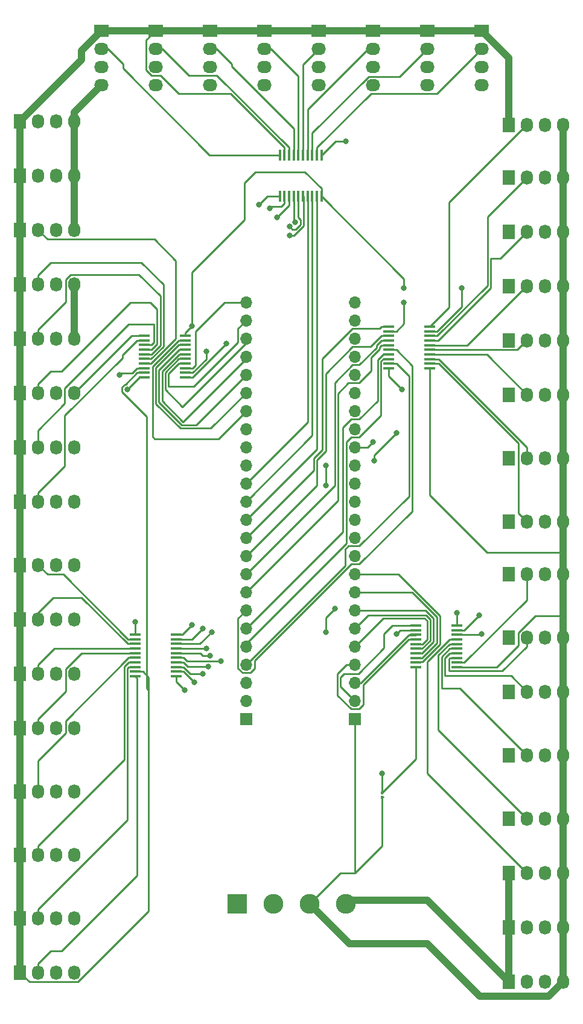
<source format=gbr>
%TF.GenerationSoftware,KiCad,Pcbnew,(5.1.8)-1*%
%TF.CreationDate,2021-02-28T20:43:26-06:00*%
%TF.ProjectId,CircuitBoard,43697263-7569-4744-926f-6172642e6b69,rev?*%
%TF.SameCoordinates,Original*%
%TF.FileFunction,Copper,L1,Top*%
%TF.FilePolarity,Positive*%
%FSLAX46Y46*%
G04 Gerber Fmt 4.6, Leading zero omitted, Abs format (unit mm)*
G04 Created by KiCad (PCBNEW (5.1.8)-1) date 2021-02-28 20:43:26*
%MOMM*%
%LPD*%
G01*
G04 APERTURE LIST*
%TA.AperFunction,SMDPad,CuDef*%
%ADD10R,1.570000X0.410000*%
%TD*%
%TA.AperFunction,SMDPad,CuDef*%
%ADD11R,0.410000X1.570000*%
%TD*%
%TA.AperFunction,ComponentPad*%
%ADD12C,2.780000*%
%TD*%
%TA.AperFunction,ComponentPad*%
%ADD13R,2.780000X2.780000*%
%TD*%
%TA.AperFunction,ComponentPad*%
%ADD14O,1.730000X2.030000*%
%TD*%
%TA.AperFunction,ComponentPad*%
%ADD15R,1.730000X2.030000*%
%TD*%
%TA.AperFunction,ComponentPad*%
%ADD16O,1.700000X1.700000*%
%TD*%
%TA.AperFunction,ComponentPad*%
%ADD17R,1.700000X1.700000*%
%TD*%
%TA.AperFunction,ComponentPad*%
%ADD18O,2.030000X1.730000*%
%TD*%
%TA.AperFunction,ComponentPad*%
%ADD19R,2.030000X1.730000*%
%TD*%
%TA.AperFunction,ViaPad*%
%ADD20C,0.800000*%
%TD*%
%TA.AperFunction,Conductor*%
%ADD21C,0.250000*%
%TD*%
%TA.AperFunction,Conductor*%
%ADD22C,1.016000*%
%TD*%
G04 APERTURE END LIST*
D10*
%TO.P,U5,20*%
%TO.N,Net-(J35-Pad2)*%
X105080000Y-95635000D03*
%TO.P,U5,19*%
%TO.N,Net-(J1-Pad1)*%
X105080000Y-94985000D03*
%TO.P,U5,18*%
%TO.N,Net-(J36-Pad2)*%
X105080000Y-94335000D03*
%TO.P,U5,17*%
%TO.N,Net-(J37-Pad2)*%
X105080000Y-93685000D03*
%TO.P,U5,16*%
%TO.N,Net-(J38-Pad2)*%
X105080000Y-93035000D03*
%TO.P,U5,15*%
%TO.N,Net-(J39-Pad2)*%
X105080000Y-92385000D03*
%TO.P,U5,14*%
%TO.N,Net-(J40-Pad2)*%
X105080000Y-91735000D03*
%TO.P,U5,13*%
%TO.N,Net-(J41-Pad2)*%
X105080000Y-91085000D03*
%TO.P,U5,12*%
%TO.N,Net-(J42-Pad2)*%
X105080000Y-90435000D03*
%TO.P,U5,11*%
%TO.N,Net-(J1-Pad4)*%
X105080000Y-89785000D03*
%TO.P,U5,10*%
%TO.N,Net-(R1-Pad2)*%
X110820000Y-89785000D03*
%TO.P,U5,9*%
%TO.N,Net-(J22-Pad18)*%
X110820000Y-90435000D03*
%TO.P,U5,8*%
%TO.N,Net-(J22-Pad19)*%
X110820000Y-91085000D03*
%TO.P,U5,7*%
%TO.N,Net-(J22-Pad20)*%
X110820000Y-91735000D03*
%TO.P,U5,6*%
%TO.N,Net-(J22-Pad21)*%
X110820000Y-92385000D03*
%TO.P,U5,5*%
%TO.N,Net-(J22-Pad22)*%
X110820000Y-93035000D03*
%TO.P,U5,4*%
%TO.N,Net-(J22-Pad23)*%
X110820000Y-93685000D03*
%TO.P,U5,3*%
%TO.N,Net-(J22-Pad24)*%
X110820000Y-94335000D03*
%TO.P,U5,2*%
%TO.N,Net-(J21-Pad15)*%
X110820000Y-94985000D03*
%TO.P,U5,1*%
%TO.N,Net-(J21-Pad24)*%
X110820000Y-95635000D03*
%TD*%
%TO.P,U4,20*%
%TO.N,Net-(J27-Pad2)*%
X103810000Y-137545000D03*
%TO.P,U4,19*%
%TO.N,Net-(J1-Pad1)*%
X103810000Y-136895000D03*
%TO.P,U4,18*%
%TO.N,Net-(J28-Pad2)*%
X103810000Y-136245000D03*
%TO.P,U4,17*%
%TO.N,Net-(J29-Pad2)*%
X103810000Y-135595000D03*
%TO.P,U4,16*%
%TO.N,Net-(J30-Pad2)*%
X103810000Y-134945000D03*
%TO.P,U4,15*%
%TO.N,Net-(J31-Pad2)*%
X103810000Y-134295000D03*
%TO.P,U4,14*%
%TO.N,Net-(J32-Pad2)*%
X103810000Y-133645000D03*
%TO.P,U4,13*%
%TO.N,Net-(J33-Pad2)*%
X103810000Y-132995000D03*
%TO.P,U4,12*%
%TO.N,Net-(J34-Pad2)*%
X103810000Y-132345000D03*
%TO.P,U4,11*%
%TO.N,Net-(J1-Pad4)*%
X103810000Y-131695000D03*
%TO.P,U4,10*%
%TO.N,Net-(R1-Pad2)*%
X109550000Y-131695000D03*
%TO.P,U4,9*%
%TO.N,Net-(J21-Pad23)*%
X109550000Y-132345000D03*
%TO.P,U4,8*%
%TO.N,Net-(J21-Pad22)*%
X109550000Y-132995000D03*
%TO.P,U4,7*%
%TO.N,Net-(J21-Pad21)*%
X109550000Y-133645000D03*
%TO.P,U4,6*%
%TO.N,Net-(J21-Pad20)*%
X109550000Y-134295000D03*
%TO.P,U4,5*%
%TO.N,Net-(J21-Pad19)*%
X109550000Y-134945000D03*
%TO.P,U4,4*%
%TO.N,Net-(J21-Pad18)*%
X109550000Y-135595000D03*
%TO.P,U4,3*%
%TO.N,Net-(J21-Pad17)*%
X109550000Y-136245000D03*
%TO.P,U4,2*%
%TO.N,Net-(J21-Pad15)*%
X109550000Y-136895000D03*
%TO.P,U4,1*%
%TO.N,Net-(J21-Pad16)*%
X109550000Y-137545000D03*
%TD*%
%TO.P,U3,20*%
%TO.N,Net-(J8-Pad2)*%
X145110000Y-88515000D03*
%TO.P,U3,19*%
%TO.N,Net-(J1-Pad1)*%
X145110000Y-89165000D03*
%TO.P,U3,18*%
%TO.N,Net-(J9-Pad2)*%
X145110000Y-89815000D03*
%TO.P,U3,17*%
%TO.N,Net-(J6-Pad2)*%
X145110000Y-90465000D03*
%TO.P,U3,16*%
%TO.N,Net-(J10-Pad2)*%
X145110000Y-91115000D03*
%TO.P,U3,15*%
%TO.N,Net-(J23-Pad2)*%
X145110000Y-91765000D03*
%TO.P,U3,14*%
%TO.N,Net-(J24-Pad2)*%
X145110000Y-92415000D03*
%TO.P,U3,13*%
%TO.N,Net-(J25-Pad2)*%
X145110000Y-93065000D03*
%TO.P,U3,12*%
%TO.N,Net-(J26-Pad2)*%
X145110000Y-93715000D03*
%TO.P,U3,11*%
%TO.N,Net-(J1-Pad4)*%
X145110000Y-94365000D03*
%TO.P,U3,10*%
%TO.N,Net-(R1-Pad2)*%
X139370000Y-94365000D03*
%TO.P,U3,9*%
%TO.N,Net-(J22-Pad4)*%
X139370000Y-93715000D03*
%TO.P,U3,8*%
%TO.N,Net-(J22-Pad5)*%
X139370000Y-93065000D03*
%TO.P,U3,7*%
%TO.N,Net-(J22-Pad6)*%
X139370000Y-92415000D03*
%TO.P,U3,6*%
%TO.N,Net-(J22-Pad7)*%
X139370000Y-91765000D03*
%TO.P,U3,5*%
%TO.N,Net-(J22-Pad8)*%
X139370000Y-91115000D03*
%TO.P,U3,4*%
%TO.N,Net-(J22-Pad9)*%
X139370000Y-90465000D03*
%TO.P,U3,3*%
%TO.N,Net-(J22-Pad10)*%
X139370000Y-89815000D03*
%TO.P,U3,2*%
%TO.N,Net-(J21-Pad15)*%
X139370000Y-89165000D03*
%TO.P,U3,1*%
%TO.N,Net-(J22-Pad11)*%
X139370000Y-88515000D03*
%TD*%
D11*
%TO.P,U2,20*%
%TO.N,Net-(J19-Pad2)*%
X124075000Y-64440000D03*
%TO.P,U2,19*%
%TO.N,Net-(J1-Pad1)*%
X124725000Y-64440000D03*
%TO.P,U2,18*%
%TO.N,Net-(J20-Pad2)*%
X125375000Y-64440000D03*
%TO.P,U2,17*%
%TO.N,Net-(J3-Pad2)*%
X126025000Y-64440000D03*
%TO.P,U2,16*%
%TO.N,Net-(J1-Pad2)*%
X126675000Y-64440000D03*
%TO.P,U2,15*%
%TO.N,Net-(J2-Pad2)*%
X127325000Y-64440000D03*
%TO.P,U2,14*%
%TO.N,Net-(J4-Pad2)*%
X127975000Y-64440000D03*
%TO.P,U2,13*%
%TO.N,Net-(J5-Pad2)*%
X128625000Y-64440000D03*
%TO.P,U2,12*%
%TO.N,Net-(J7-Pad2)*%
X129275000Y-64440000D03*
%TO.P,U2,11*%
%TO.N,Net-(J1-Pad4)*%
X129925000Y-64440000D03*
%TO.P,U2,10*%
%TO.N,Net-(R1-Pad2)*%
X129925000Y-70180000D03*
%TO.P,U2,9*%
%TO.N,Net-(J22-Pad12)*%
X129275000Y-70180000D03*
%TO.P,U2,8*%
%TO.N,Net-(J22-Pad13)*%
X128625000Y-70180000D03*
%TO.P,U2,7*%
%TO.N,Net-(J22-Pad14)*%
X127975000Y-70180000D03*
%TO.P,U2,6*%
%TO.N,Net-(J21-Pad14)*%
X127325000Y-70180000D03*
%TO.P,U2,5*%
%TO.N,Net-(J21-Pad13)*%
X126675000Y-70180000D03*
%TO.P,U2,4*%
%TO.N,Net-(J21-Pad12)*%
X126025000Y-70180000D03*
%TO.P,U2,3*%
%TO.N,Net-(J21-Pad11)*%
X125375000Y-70180000D03*
%TO.P,U2,2*%
%TO.N,Net-(J21-Pad15)*%
X124725000Y-70180000D03*
%TO.P,U2,1*%
%TO.N,Net-(J21-Pad10)*%
X124075000Y-70180000D03*
%TD*%
D10*
%TO.P,U1,20*%
%TO.N,Net-(J11-Pad2)*%
X148920000Y-130425000D03*
%TO.P,U1,19*%
%TO.N,Net-(J1-Pad1)*%
X148920000Y-131075000D03*
%TO.P,U1,18*%
%TO.N,Net-(J12-Pad2)*%
X148920000Y-131725000D03*
%TO.P,U1,17*%
%TO.N,Net-(J13-Pad2)*%
X148920000Y-132375000D03*
%TO.P,U1,16*%
%TO.N,Net-(J14-Pad2)*%
X148920000Y-133025000D03*
%TO.P,U1,15*%
%TO.N,Net-(J15-Pad2)*%
X148920000Y-133675000D03*
%TO.P,U1,14*%
%TO.N,Net-(J16-Pad2)*%
X148920000Y-134325000D03*
%TO.P,U1,13*%
%TO.N,Net-(J17-Pad2)*%
X148920000Y-134975000D03*
%TO.P,U1,12*%
%TO.N,Net-(J18-Pad2)*%
X148920000Y-135625000D03*
%TO.P,U1,11*%
%TO.N,Net-(J1-Pad4)*%
X148920000Y-136275000D03*
%TO.P,U1,10*%
%TO.N,Net-(R1-Pad2)*%
X143180000Y-136275000D03*
%TO.P,U1,9*%
%TO.N,Net-(J21-Pad9)*%
X143180000Y-135625000D03*
%TO.P,U1,8*%
%TO.N,Net-(J21-Pad8)*%
X143180000Y-134975000D03*
%TO.P,U1,7*%
%TO.N,Net-(J21-Pad7)*%
X143180000Y-134325000D03*
%TO.P,U1,6*%
%TO.N,Net-(J21-Pad6)*%
X143180000Y-133675000D03*
%TO.P,U1,5*%
%TO.N,Net-(J21-Pad5)*%
X143180000Y-133025000D03*
%TO.P,U1,4*%
%TO.N,Net-(J21-Pad4)*%
X143180000Y-132375000D03*
%TO.P,U1,3*%
%TO.N,Net-(J21-Pad3)*%
X143180000Y-131725000D03*
%TO.P,U1,2*%
%TO.N,Net-(J21-Pad15)*%
X143180000Y-131075000D03*
%TO.P,U1,1*%
%TO.N,Net-(J21-Pad2)*%
X143180000Y-130425000D03*
%TD*%
%TO.P,R1,2*%
%TO.N,Net-(R1-Pad2)*%
%TA.AperFunction,SMDPad,CuDef*%
G36*
G01*
X138530000Y-154088000D02*
X138330000Y-154088000D01*
G75*
G02*
X138230000Y-153988000I0J100000D01*
G01*
X138230000Y-153728000D01*
G75*
G02*
X138330000Y-153628000I100000J0D01*
G01*
X138530000Y-153628000D01*
G75*
G02*
X138630000Y-153728000I0J-100000D01*
G01*
X138630000Y-153988000D01*
G75*
G02*
X138530000Y-154088000I-100000J0D01*
G01*
G37*
%TD.AperFunction*%
%TO.P,R1,1*%
%TO.N,Net-(J1-Pad4)*%
%TA.AperFunction,SMDPad,CuDef*%
G36*
G01*
X138530000Y-154728000D02*
X138330000Y-154728000D01*
G75*
G02*
X138230000Y-154628000I0J100000D01*
G01*
X138230000Y-154368000D01*
G75*
G02*
X138330000Y-154268000I100000J0D01*
G01*
X138530000Y-154268000D01*
G75*
G02*
X138630000Y-154368000I0J-100000D01*
G01*
X138630000Y-154628000D01*
G75*
G02*
X138530000Y-154728000I-100000J0D01*
G01*
G37*
%TD.AperFunction*%
%TD*%
D12*
%TO.P,JMolex1,4*%
%TO.N,Net-(J1-Pad1)*%
X133350000Y-169418000D03*
%TO.P,JMolex1,3*%
%TO.N,Net-(J1-Pad4)*%
X128270000Y-169418000D03*
%TO.P,JMolex1,2*%
%TO.N,Net-(JMolex1-Pad2)*%
X123190000Y-169418000D03*
D13*
%TO.P,JMolex1,1*%
%TO.N,Net-(JMolex1-Pad1)*%
X118110000Y-169418000D03*
%TD*%
D14*
%TO.P,J42,4*%
%TO.N,Net-(J1-Pad4)*%
X95250000Y-113030000D03*
%TO.P,J42,3*%
%TO.N,Net-(J42-Pad3)*%
X92710000Y-113030000D03*
%TO.P,J42,2*%
%TO.N,Net-(J42-Pad2)*%
X90170000Y-113030000D03*
D15*
%TO.P,J42,1*%
%TO.N,Net-(J1-Pad1)*%
X87630000Y-113030000D03*
%TD*%
D14*
%TO.P,J41,4*%
%TO.N,Net-(J1-Pad4)*%
X95250000Y-105410000D03*
%TO.P,J41,3*%
%TO.N,Net-(J41-Pad3)*%
X92710000Y-105410000D03*
%TO.P,J41,2*%
%TO.N,Net-(J41-Pad2)*%
X90170000Y-105410000D03*
D15*
%TO.P,J41,1*%
%TO.N,Net-(J1-Pad1)*%
X87630000Y-105410000D03*
%TD*%
D14*
%TO.P,J40,4*%
%TO.N,Net-(J1-Pad4)*%
X95250000Y-97790000D03*
%TO.P,J40,3*%
%TO.N,Net-(J40-Pad3)*%
X92710000Y-97790000D03*
%TO.P,J40,2*%
%TO.N,Net-(J40-Pad2)*%
X90170000Y-97790000D03*
D15*
%TO.P,J40,1*%
%TO.N,Net-(J1-Pad1)*%
X87630000Y-97790000D03*
%TD*%
D14*
%TO.P,J39,4*%
%TO.N,Net-(J1-Pad4)*%
X95250000Y-90170000D03*
%TO.P,J39,3*%
%TO.N,Net-(J39-Pad3)*%
X92710000Y-90170000D03*
%TO.P,J39,2*%
%TO.N,Net-(J39-Pad2)*%
X90170000Y-90170000D03*
D15*
%TO.P,J39,1*%
%TO.N,Net-(J1-Pad1)*%
X87630000Y-90170000D03*
%TD*%
D14*
%TO.P,J38,4*%
%TO.N,Net-(J1-Pad4)*%
X95250000Y-82550000D03*
%TO.P,J38,3*%
%TO.N,Net-(J38-Pad3)*%
X92710000Y-82550000D03*
%TO.P,J38,2*%
%TO.N,Net-(J38-Pad2)*%
X90170000Y-82550000D03*
D15*
%TO.P,J38,1*%
%TO.N,Net-(J1-Pad1)*%
X87630000Y-82550000D03*
%TD*%
D14*
%TO.P,J37,4*%
%TO.N,Net-(J1-Pad4)*%
X95250000Y-74930000D03*
%TO.P,J37,3*%
%TO.N,Net-(J37-Pad3)*%
X92710000Y-74930000D03*
%TO.P,J37,2*%
%TO.N,Net-(J37-Pad2)*%
X90170000Y-74930000D03*
D15*
%TO.P,J37,1*%
%TO.N,Net-(J1-Pad1)*%
X87630000Y-74930000D03*
%TD*%
D14*
%TO.P,J36,4*%
%TO.N,Net-(J1-Pad4)*%
X95250000Y-67310000D03*
%TO.P,J36,3*%
%TO.N,Net-(J36-Pad3)*%
X92710000Y-67310000D03*
%TO.P,J36,2*%
%TO.N,Net-(J36-Pad2)*%
X90170000Y-67310000D03*
D15*
%TO.P,J36,1*%
%TO.N,Net-(J1-Pad1)*%
X87630000Y-67310000D03*
%TD*%
D14*
%TO.P,J35,4*%
%TO.N,Net-(J1-Pad4)*%
X95250000Y-59690000D03*
%TO.P,J35,3*%
%TO.N,Net-(J35-Pad3)*%
X92710000Y-59690000D03*
%TO.P,J35,2*%
%TO.N,Net-(J35-Pad2)*%
X90170000Y-59690000D03*
D15*
%TO.P,J35,1*%
%TO.N,Net-(J1-Pad1)*%
X87630000Y-59690000D03*
%TD*%
D14*
%TO.P,J34,4*%
%TO.N,Net-(J1-Pad4)*%
X95250000Y-121920000D03*
%TO.P,J34,3*%
%TO.N,Net-(J34-Pad3)*%
X92710000Y-121920000D03*
%TO.P,J34,2*%
%TO.N,Net-(J34-Pad2)*%
X90170000Y-121920000D03*
D15*
%TO.P,J34,1*%
%TO.N,Net-(J1-Pad1)*%
X87630000Y-121920000D03*
%TD*%
D14*
%TO.P,J33,4*%
%TO.N,Net-(J1-Pad4)*%
X95250000Y-129540000D03*
%TO.P,J33,3*%
%TO.N,Net-(J33-Pad3)*%
X92710000Y-129540000D03*
%TO.P,J33,2*%
%TO.N,Net-(J33-Pad2)*%
X90170000Y-129540000D03*
D15*
%TO.P,J33,1*%
%TO.N,Net-(J1-Pad1)*%
X87630000Y-129540000D03*
%TD*%
D14*
%TO.P,J32,4*%
%TO.N,Net-(J1-Pad4)*%
X95250000Y-137160000D03*
%TO.P,J32,3*%
%TO.N,Net-(J32-Pad3)*%
X92710000Y-137160000D03*
%TO.P,J32,2*%
%TO.N,Net-(J32-Pad2)*%
X90170000Y-137160000D03*
D15*
%TO.P,J32,1*%
%TO.N,Net-(J1-Pad1)*%
X87630000Y-137160000D03*
%TD*%
D14*
%TO.P,J31,4*%
%TO.N,Net-(J1-Pad4)*%
X95250000Y-144780000D03*
%TO.P,J31,3*%
%TO.N,Net-(J31-Pad3)*%
X92710000Y-144780000D03*
%TO.P,J31,2*%
%TO.N,Net-(J31-Pad2)*%
X90170000Y-144780000D03*
D15*
%TO.P,J31,1*%
%TO.N,Net-(J1-Pad1)*%
X87630000Y-144780000D03*
%TD*%
D14*
%TO.P,J30,4*%
%TO.N,Net-(J1-Pad4)*%
X95250000Y-153670000D03*
%TO.P,J30,3*%
%TO.N,Net-(J30-Pad3)*%
X92710000Y-153670000D03*
%TO.P,J30,2*%
%TO.N,Net-(J30-Pad2)*%
X90170000Y-153670000D03*
D15*
%TO.P,J30,1*%
%TO.N,Net-(J1-Pad1)*%
X87630000Y-153670000D03*
%TD*%
D14*
%TO.P,J29,4*%
%TO.N,Net-(J1-Pad4)*%
X95250000Y-162560000D03*
%TO.P,J29,3*%
%TO.N,Net-(J29-Pad3)*%
X92710000Y-162560000D03*
%TO.P,J29,2*%
%TO.N,Net-(J29-Pad2)*%
X90170000Y-162560000D03*
D15*
%TO.P,J29,1*%
%TO.N,Net-(J1-Pad1)*%
X87630000Y-162560000D03*
%TD*%
D14*
%TO.P,J28,4*%
%TO.N,Net-(J1-Pad4)*%
X95250000Y-171450000D03*
%TO.P,J28,3*%
%TO.N,Net-(J28-Pad3)*%
X92710000Y-171450000D03*
%TO.P,J28,2*%
%TO.N,Net-(J28-Pad2)*%
X90170000Y-171450000D03*
D15*
%TO.P,J28,1*%
%TO.N,Net-(J1-Pad1)*%
X87630000Y-171450000D03*
%TD*%
D14*
%TO.P,J27,4*%
%TO.N,Net-(J1-Pad4)*%
X95250000Y-179070000D03*
%TO.P,J27,3*%
%TO.N,Net-(J27-Pad3)*%
X92710000Y-179070000D03*
%TO.P,J27,2*%
%TO.N,Net-(J27-Pad2)*%
X90170000Y-179070000D03*
D15*
%TO.P,J27,1*%
%TO.N,Net-(J1-Pad1)*%
X87630000Y-179070000D03*
%TD*%
D14*
%TO.P,J26,4*%
%TO.N,Net-(J1-Pad4)*%
X163830000Y-115824000D03*
%TO.P,J26,3*%
%TO.N,Net-(J26-Pad3)*%
X161290000Y-115824000D03*
%TO.P,J26,2*%
%TO.N,Net-(J26-Pad2)*%
X158750000Y-115824000D03*
D15*
%TO.P,J26,1*%
%TO.N,Net-(J1-Pad1)*%
X156210000Y-115824000D03*
%TD*%
D14*
%TO.P,J25,4*%
%TO.N,Net-(J1-Pad4)*%
X163830000Y-106934000D03*
%TO.P,J25,3*%
%TO.N,Net-(J25-Pad3)*%
X161290000Y-106934000D03*
%TO.P,J25,2*%
%TO.N,Net-(J25-Pad2)*%
X158750000Y-106934000D03*
D15*
%TO.P,J25,1*%
%TO.N,Net-(J1-Pad1)*%
X156210000Y-106934000D03*
%TD*%
D14*
%TO.P,J24,4*%
%TO.N,Net-(J1-Pad4)*%
X163830000Y-98044000D03*
%TO.P,J24,3*%
%TO.N,Net-(J24-Pad3)*%
X161290000Y-98044000D03*
%TO.P,J24,2*%
%TO.N,Net-(J24-Pad2)*%
X158750000Y-98044000D03*
D15*
%TO.P,J24,1*%
%TO.N,Net-(J1-Pad1)*%
X156210000Y-98044000D03*
%TD*%
D14*
%TO.P,J23,4*%
%TO.N,Net-(J1-Pad4)*%
X163830000Y-90424000D03*
%TO.P,J23,3*%
%TO.N,Net-(J23-Pad3)*%
X161290000Y-90424000D03*
%TO.P,J23,2*%
%TO.N,Net-(J23-Pad2)*%
X158750000Y-90424000D03*
D15*
%TO.P,J23,1*%
%TO.N,Net-(J1-Pad1)*%
X156210000Y-90424000D03*
%TD*%
D16*
%TO.P,J22,24*%
%TO.N,Net-(J22-Pad24)*%
X119380000Y-85090000D03*
%TO.P,J22,23*%
%TO.N,Net-(J22-Pad23)*%
X119380000Y-87630000D03*
%TO.P,J22,22*%
%TO.N,Net-(J22-Pad22)*%
X119380000Y-90170000D03*
%TO.P,J22,21*%
%TO.N,Net-(J22-Pad21)*%
X119380000Y-92710000D03*
%TO.P,J22,20*%
%TO.N,Net-(J22-Pad20)*%
X119380000Y-95250000D03*
%TO.P,J22,19*%
%TO.N,Net-(J22-Pad19)*%
X119380000Y-97790000D03*
%TO.P,J22,18*%
%TO.N,Net-(J22-Pad18)*%
X119380000Y-100330000D03*
%TO.P,J22,17*%
%TO.N,Net-(J22-Pad17)*%
X119380000Y-102870000D03*
%TO.P,J22,16*%
%TO.N,Net-(J22-Pad16)*%
X119380000Y-105410000D03*
%TO.P,J22,15*%
%TO.N,Net-(J22-Pad15)*%
X119380000Y-107950000D03*
%TO.P,J22,14*%
%TO.N,Net-(J22-Pad14)*%
X119380000Y-110490000D03*
%TO.P,J22,13*%
%TO.N,Net-(J22-Pad13)*%
X119380000Y-113030000D03*
%TO.P,J22,12*%
%TO.N,Net-(J22-Pad12)*%
X119380000Y-115570000D03*
%TO.P,J22,11*%
%TO.N,Net-(J22-Pad11)*%
X119380000Y-118110000D03*
%TO.P,J22,10*%
%TO.N,Net-(J22-Pad10)*%
X119380000Y-120650000D03*
%TO.P,J22,9*%
%TO.N,Net-(J22-Pad9)*%
X119380000Y-123190000D03*
%TO.P,J22,8*%
%TO.N,Net-(J22-Pad8)*%
X119380000Y-125730000D03*
%TO.P,J22,7*%
%TO.N,Net-(J22-Pad7)*%
X119380000Y-128270000D03*
%TO.P,J22,6*%
%TO.N,Net-(J22-Pad6)*%
X119380000Y-130810000D03*
%TO.P,J22,5*%
%TO.N,Net-(J22-Pad5)*%
X119380000Y-133350000D03*
%TO.P,J22,4*%
%TO.N,Net-(J22-Pad4)*%
X119380000Y-135890000D03*
%TO.P,J22,3*%
%TO.N,Net-(J22-Pad3)*%
X119380000Y-138430000D03*
%TO.P,J22,2*%
%TO.N,Net-(J22-Pad2)*%
X119380000Y-140970000D03*
D17*
%TO.P,J22,1*%
%TO.N,Net-(J22-Pad1)*%
X119380000Y-143510000D03*
%TD*%
D16*
%TO.P,J21,24*%
%TO.N,Net-(J21-Pad24)*%
X134620000Y-85090000D03*
%TO.P,J21,23*%
%TO.N,Net-(J21-Pad23)*%
X134620000Y-87630000D03*
%TO.P,J21,22*%
%TO.N,Net-(J21-Pad22)*%
X134620000Y-90170000D03*
%TO.P,J21,21*%
%TO.N,Net-(J21-Pad21)*%
X134620000Y-92710000D03*
%TO.P,J21,20*%
%TO.N,Net-(J21-Pad20)*%
X134620000Y-95250000D03*
%TO.P,J21,19*%
%TO.N,Net-(J21-Pad19)*%
X134620000Y-97790000D03*
%TO.P,J21,18*%
%TO.N,Net-(J21-Pad18)*%
X134620000Y-100330000D03*
%TO.P,J21,17*%
%TO.N,Net-(J21-Pad17)*%
X134620000Y-102870000D03*
%TO.P,J21,16*%
%TO.N,Net-(J21-Pad16)*%
X134620000Y-105410000D03*
%TO.P,J21,15*%
%TO.N,Net-(J21-Pad15)*%
X134620000Y-107950000D03*
%TO.P,J21,14*%
%TO.N,Net-(J21-Pad14)*%
X134620000Y-110490000D03*
%TO.P,J21,13*%
%TO.N,Net-(J21-Pad13)*%
X134620000Y-113030000D03*
%TO.P,J21,12*%
%TO.N,Net-(J21-Pad12)*%
X134620000Y-115570000D03*
%TO.P,J21,11*%
%TO.N,Net-(J21-Pad11)*%
X134620000Y-118110000D03*
%TO.P,J21,10*%
%TO.N,Net-(J21-Pad10)*%
X134620000Y-120650000D03*
%TO.P,J21,9*%
%TO.N,Net-(J21-Pad9)*%
X134620000Y-123190000D03*
%TO.P,J21,8*%
%TO.N,Net-(J21-Pad8)*%
X134620000Y-125730000D03*
%TO.P,J21,7*%
%TO.N,Net-(J21-Pad7)*%
X134620000Y-128270000D03*
%TO.P,J21,6*%
%TO.N,Net-(J21-Pad6)*%
X134620000Y-130810000D03*
%TO.P,J21,5*%
%TO.N,Net-(J21-Pad5)*%
X134620000Y-133350000D03*
%TO.P,J21,4*%
%TO.N,Net-(J21-Pad4)*%
X134620000Y-135890000D03*
%TO.P,J21,3*%
%TO.N,Net-(J21-Pad3)*%
X134620000Y-138430000D03*
%TO.P,J21,2*%
%TO.N,Net-(J21-Pad2)*%
X134620000Y-140970000D03*
D17*
%TO.P,J21,1*%
%TO.N,Net-(J1-Pad4)*%
X134620000Y-143510000D03*
%TD*%
D18*
%TO.P,J20,4*%
%TO.N,Net-(J1-Pad4)*%
X106680000Y-54610000D03*
%TO.P,J20,3*%
%TO.N,Net-(J20-Pad3)*%
X106680000Y-52070000D03*
%TO.P,J20,2*%
%TO.N,Net-(J20-Pad2)*%
X106680000Y-49530000D03*
D19*
%TO.P,J20,1*%
%TO.N,Net-(J1-Pad1)*%
X106680000Y-46990000D03*
%TD*%
D18*
%TO.P,J19,4*%
%TO.N,Net-(J1-Pad4)*%
X99060000Y-54610000D03*
%TO.P,J19,3*%
%TO.N,Net-(J19-Pad3)*%
X99060000Y-52070000D03*
%TO.P,J19,2*%
%TO.N,Net-(J19-Pad2)*%
X99060000Y-49530000D03*
D19*
%TO.P,J19,1*%
%TO.N,Net-(J1-Pad1)*%
X99060000Y-46990000D03*
%TD*%
D14*
%TO.P,J18,4*%
%TO.N,Net-(J1-Pad4)*%
X163830000Y-123190000D03*
%TO.P,J18,3*%
%TO.N,Net-(J18-Pad3)*%
X161290000Y-123190000D03*
%TO.P,J18,2*%
%TO.N,Net-(J18-Pad2)*%
X158750000Y-123190000D03*
D15*
%TO.P,J18,1*%
%TO.N,Net-(J1-Pad1)*%
X156210000Y-123190000D03*
%TD*%
D14*
%TO.P,J17,4*%
%TO.N,Net-(J1-Pad4)*%
X163830000Y-132080000D03*
%TO.P,J17,3*%
%TO.N,Net-(J17-Pad3)*%
X161290000Y-132080000D03*
%TO.P,J17,2*%
%TO.N,Net-(J17-Pad2)*%
X158750000Y-132080000D03*
D15*
%TO.P,J17,1*%
%TO.N,Net-(J1-Pad1)*%
X156210000Y-132080000D03*
%TD*%
D14*
%TO.P,J16,4*%
%TO.N,Net-(J1-Pad4)*%
X163830000Y-139700000D03*
%TO.P,J16,3*%
%TO.N,Net-(J16-Pad3)*%
X161290000Y-139700000D03*
%TO.P,J16,2*%
%TO.N,Net-(J16-Pad2)*%
X158750000Y-139700000D03*
D15*
%TO.P,J16,1*%
%TO.N,Net-(J1-Pad1)*%
X156210000Y-139700000D03*
%TD*%
D14*
%TO.P,J15,4*%
%TO.N,Net-(J1-Pad4)*%
X163830000Y-148590000D03*
%TO.P,J15,3*%
%TO.N,Net-(J15-Pad3)*%
X161290000Y-148590000D03*
%TO.P,J15,2*%
%TO.N,Net-(J15-Pad2)*%
X158750000Y-148590000D03*
D15*
%TO.P,J15,1*%
%TO.N,Net-(J1-Pad1)*%
X156210000Y-148590000D03*
%TD*%
D14*
%TO.P,J14,4*%
%TO.N,Net-(J1-Pad4)*%
X163830000Y-157480000D03*
%TO.P,J14,3*%
%TO.N,Net-(J14-Pad3)*%
X161290000Y-157480000D03*
%TO.P,J14,2*%
%TO.N,Net-(J14-Pad2)*%
X158750000Y-157480000D03*
D15*
%TO.P,J14,1*%
%TO.N,Net-(J1-Pad1)*%
X156210000Y-157480000D03*
%TD*%
D14*
%TO.P,J13,4*%
%TO.N,Net-(J1-Pad4)*%
X163830000Y-165100000D03*
%TO.P,J13,3*%
%TO.N,Net-(J13-Pad3)*%
X161290000Y-165100000D03*
%TO.P,J13,2*%
%TO.N,Net-(J13-Pad2)*%
X158750000Y-165100000D03*
D15*
%TO.P,J13,1*%
%TO.N,Net-(J1-Pad1)*%
X156210000Y-165100000D03*
%TD*%
D14*
%TO.P,J12,4*%
%TO.N,Net-(J1-Pad4)*%
X163830000Y-172720000D03*
%TO.P,J12,3*%
%TO.N,Net-(J12-Pad3)*%
X161290000Y-172720000D03*
%TO.P,J12,2*%
%TO.N,Net-(J12-Pad2)*%
X158750000Y-172720000D03*
D15*
%TO.P,J12,1*%
%TO.N,Net-(J1-Pad1)*%
X156210000Y-172720000D03*
%TD*%
D14*
%TO.P,J11,4*%
%TO.N,Net-(J1-Pad4)*%
X163830000Y-180340000D03*
%TO.P,J11,3*%
%TO.N,Net-(J11-Pad3)*%
X161290000Y-180340000D03*
%TO.P,J11,2*%
%TO.N,Net-(J11-Pad2)*%
X158750000Y-180340000D03*
D15*
%TO.P,J11,1*%
%TO.N,Net-(J1-Pad1)*%
X156210000Y-180340000D03*
%TD*%
D14*
%TO.P,J10,4*%
%TO.N,Net-(J1-Pad4)*%
X163830000Y-82804000D03*
%TO.P,J10,3*%
%TO.N,Net-(J10-Pad3)*%
X161290000Y-82804000D03*
%TO.P,J10,2*%
%TO.N,Net-(J10-Pad2)*%
X158750000Y-82804000D03*
D15*
%TO.P,J10,1*%
%TO.N,Net-(J1-Pad1)*%
X156210000Y-82804000D03*
%TD*%
D14*
%TO.P,J9,4*%
%TO.N,Net-(J1-Pad4)*%
X163830000Y-67564000D03*
%TO.P,J9,3*%
%TO.N,Net-(J9-Pad3)*%
X161290000Y-67564000D03*
%TO.P,J9,2*%
%TO.N,Net-(J9-Pad2)*%
X158750000Y-67564000D03*
D15*
%TO.P,J9,1*%
%TO.N,Net-(J1-Pad1)*%
X156210000Y-67564000D03*
%TD*%
D14*
%TO.P,J8,4*%
%TO.N,Net-(J1-Pad4)*%
X163830000Y-60198000D03*
%TO.P,J8,3*%
%TO.N,Net-(J8-Pad3)*%
X161290000Y-60198000D03*
%TO.P,J8,2*%
%TO.N,Net-(J8-Pad2)*%
X158750000Y-60198000D03*
D15*
%TO.P,J8,1*%
%TO.N,Net-(J1-Pad1)*%
X156210000Y-60198000D03*
%TD*%
D18*
%TO.P,J7,4*%
%TO.N,Net-(J1-Pad4)*%
X152400000Y-54610000D03*
%TO.P,J7,3*%
%TO.N,Net-(J7-Pad3)*%
X152400000Y-52070000D03*
%TO.P,J7,2*%
%TO.N,Net-(J7-Pad2)*%
X152400000Y-49530000D03*
D19*
%TO.P,J7,1*%
%TO.N,Net-(J1-Pad1)*%
X152400000Y-46990000D03*
%TD*%
D14*
%TO.P,J6,4*%
%TO.N,Net-(J1-Pad4)*%
X163830000Y-75184000D03*
%TO.P,J6,3*%
%TO.N,Net-(J6-Pad3)*%
X161290000Y-75184000D03*
%TO.P,J6,2*%
%TO.N,Net-(J6-Pad2)*%
X158750000Y-75184000D03*
D15*
%TO.P,J6,1*%
%TO.N,Net-(J1-Pad1)*%
X156210000Y-75184000D03*
%TD*%
D18*
%TO.P,J5,4*%
%TO.N,Net-(J1-Pad4)*%
X144780000Y-54610000D03*
%TO.P,J5,3*%
%TO.N,Net-(J5-Pad3)*%
X144780000Y-52070000D03*
%TO.P,J5,2*%
%TO.N,Net-(J5-Pad2)*%
X144780000Y-49530000D03*
D19*
%TO.P,J5,1*%
%TO.N,Net-(J1-Pad1)*%
X144780000Y-46990000D03*
%TD*%
D18*
%TO.P,J4,4*%
%TO.N,Net-(J1-Pad4)*%
X137160000Y-54610000D03*
%TO.P,J4,3*%
%TO.N,Net-(J4-Pad3)*%
X137160000Y-52070000D03*
%TO.P,J4,2*%
%TO.N,Net-(J4-Pad2)*%
X137160000Y-49530000D03*
D19*
%TO.P,J4,1*%
%TO.N,Net-(J1-Pad1)*%
X137160000Y-46990000D03*
%TD*%
D18*
%TO.P,J3,4*%
%TO.N,Net-(J1-Pad4)*%
X114300000Y-54610000D03*
%TO.P,J3,3*%
%TO.N,Net-(J3-Pad3)*%
X114300000Y-52070000D03*
%TO.P,J3,2*%
%TO.N,Net-(J3-Pad2)*%
X114300000Y-49530000D03*
D19*
%TO.P,J3,1*%
%TO.N,Net-(J1-Pad1)*%
X114300000Y-46990000D03*
%TD*%
D18*
%TO.P,J2,4*%
%TO.N,Net-(J1-Pad4)*%
X129540000Y-54610000D03*
%TO.P,J2,3*%
%TO.N,Net-(J2-Pad3)*%
X129540000Y-52070000D03*
%TO.P,J2,2*%
%TO.N,Net-(J2-Pad2)*%
X129540000Y-49530000D03*
D19*
%TO.P,J2,1*%
%TO.N,Net-(J1-Pad1)*%
X129540000Y-46990000D03*
%TD*%
D18*
%TO.P,J1,4*%
%TO.N,Net-(J1-Pad4)*%
X121920000Y-54610000D03*
%TO.P,J1,3*%
%TO.N,Net-(J1-Pad3)*%
X121920000Y-52070000D03*
%TO.P,J1,2*%
%TO.N,Net-(J1-Pad2)*%
X121920000Y-49530000D03*
D19*
%TO.P,J1,1*%
%TO.N,Net-(J1-Pad1)*%
X121920000Y-46990000D03*
%TD*%
D20*
%TO.N,Net-(J1-Pad4)*%
X133350000Y-62484000D03*
X103810000Y-129870000D03*
%TO.N,Net-(J1-Pad1)*%
X149606000Y-83058000D03*
X152072000Y-128958000D03*
%TO.N,Net-(J11-Pad2)*%
X148920000Y-128600000D03*
%TO.N,Net-(J12-Pad2)*%
X152400000Y-131572000D03*
%TO.N,Net-(J21-Pad24)*%
X116572000Y-90918000D03*
%TO.N,Net-(J21-Pad23)*%
X113284000Y-130810000D03*
%TO.N,Net-(J21-Pad22)*%
X114554000Y-131318000D03*
%TO.N,Net-(J21-Pad21)*%
X113751000Y-133645000D03*
%TO.N,Net-(J21-Pad20)*%
X114300000Y-134620000D03*
%TO.N,Net-(J21-Pad19)*%
X115824000Y-135382000D03*
%TO.N,Net-(J21-Pad18)*%
X114046000Y-136144000D03*
%TO.N,Net-(J21-Pad17)*%
X113284000Y-137160000D03*
%TO.N,Net-(J21-Pad16)*%
X110744000Y-139446000D03*
X137160000Y-104648000D03*
X130556000Y-131318000D03*
X131826000Y-128016000D03*
X130556000Y-110744000D03*
X130556000Y-107950000D03*
%TO.N,Net-(J21-Pad15)*%
X112067000Y-138377000D03*
X122682000Y-71882000D03*
X113792000Y-91948000D03*
X141478000Y-85090000D03*
X137287000Y-107315000D03*
X140462000Y-103378000D03*
X140462000Y-131572000D03*
%TO.N,Net-(J21-Pad14)*%
X125476000Y-75692000D03*
%TO.N,Net-(J21-Pad13)*%
X125417177Y-74467425D03*
%TO.N,Net-(J21-Pad12)*%
X126224291Y-73877010D03*
%TO.N,Net-(J21-Pad11)*%
X123698000Y-73152000D03*
%TO.N,Net-(J21-Pad10)*%
X121158000Y-71374000D03*
%TO.N,Net-(J35-Pad2)*%
X102652999Y-97336610D03*
%TO.N,Net-(J36-Pad2)*%
X101600000Y-95250000D03*
%TO.N,Net-(R1-Pad2)*%
X111760000Y-130302000D03*
X138430000Y-151130000D03*
X111760000Y-88392000D03*
X141224000Y-97282000D03*
X141478000Y-83058000D03*
%TD*%
D21*
%TO.N,Net-(J1-Pad4)*%
X138621058Y-154498000D02*
X138430000Y-154498000D01*
X138430000Y-154498000D02*
X138430000Y-161290000D01*
X134620000Y-143510000D02*
X134620000Y-165100000D01*
D22*
X163830000Y-172720000D02*
X163830000Y-180340000D01*
X163830000Y-172720000D02*
X163830000Y-165100000D01*
X163830000Y-165100000D02*
X163830000Y-157480000D01*
X163830000Y-157480000D02*
X163830000Y-148590000D01*
X163830000Y-148590000D02*
X163830000Y-139700000D01*
X163830000Y-139700000D02*
X163830000Y-132080000D01*
X163830000Y-115824000D02*
X163830000Y-106934000D01*
X163830000Y-106934000D02*
X163830000Y-98044000D01*
X163830000Y-98044000D02*
X163830000Y-90424000D01*
X163830000Y-90424000D02*
X163830000Y-82804000D01*
X163830000Y-82804000D02*
X163830000Y-75184000D01*
X163830000Y-75184000D02*
X163830000Y-67564000D01*
X163830000Y-67564000D02*
X163830000Y-60198000D01*
X95250000Y-90170000D02*
X95250000Y-82550000D01*
X95250000Y-74930000D02*
X95250000Y-67310000D01*
X95250000Y-67310000D02*
X95250000Y-59690000D01*
X95250000Y-58420000D02*
X99060000Y-54610000D01*
X95250000Y-59690000D02*
X95250000Y-58420000D01*
D21*
X131881000Y-62484000D02*
X129925000Y-64440000D01*
X133350000Y-62484000D02*
X131881000Y-62484000D01*
X103810000Y-131695000D02*
X103810000Y-129870000D01*
X103810000Y-129870000D02*
X103810000Y-129870000D01*
X145110000Y-94365000D02*
X145110000Y-112090000D01*
X153162000Y-120142000D02*
X163830000Y-120142000D01*
X145110000Y-112090000D02*
X153162000Y-120142000D01*
D22*
X163830000Y-120142000D02*
X163830000Y-115824000D01*
X163830000Y-123190000D02*
X163830000Y-120142000D01*
D21*
X157559990Y-131437082D02*
X159952073Y-129044999D01*
X157559990Y-133195012D02*
X157559990Y-131437082D01*
X154480002Y-136275000D02*
X157559990Y-133195012D01*
X159952073Y-129044999D02*
X163588999Y-129044999D01*
X163588999Y-129044999D02*
X163830000Y-129286000D01*
X148920000Y-136275000D02*
X154480002Y-136275000D01*
D22*
X163830000Y-132080000D02*
X163830000Y-129286000D01*
X163830000Y-129286000D02*
X163830000Y-123190000D01*
D21*
X103255000Y-89785000D02*
X95250000Y-97790000D01*
X105080000Y-89785000D02*
X103255000Y-89785000D01*
X132588000Y-165100000D02*
X128270000Y-169418000D01*
X134620000Y-165100000D02*
X132588000Y-165100000D01*
X138430000Y-161290000D02*
X134620000Y-165100000D01*
D22*
X133858000Y-175006000D02*
X128270000Y-169418000D01*
X144780000Y-175006000D02*
X133858000Y-175006000D01*
X152146000Y-182372000D02*
X144780000Y-175006000D01*
X161798000Y-182372000D02*
X152146000Y-182372000D01*
X163830000Y-180340000D02*
X161798000Y-182372000D01*
D21*
%TO.N,Net-(J1-Pad2)*%
X126675000Y-53369998D02*
X122835002Y-49530000D01*
X122835002Y-49530000D02*
X121920000Y-49530000D01*
X126675000Y-64440000D02*
X126675000Y-53369998D01*
D22*
%TO.N,Net-(J1-Pad1)*%
X156210000Y-50800000D02*
X152400000Y-46990000D01*
X156210000Y-60198000D02*
X156210000Y-50800000D01*
X152400000Y-46990000D02*
X144780000Y-46990000D01*
X144780000Y-46990000D02*
X137160000Y-46990000D01*
X137160000Y-46990000D02*
X129540000Y-46990000D01*
X129540000Y-46990000D02*
X121920000Y-46990000D01*
X121920000Y-46990000D02*
X114300000Y-46990000D01*
X114300000Y-46990000D02*
X106680000Y-46990000D01*
X106680000Y-46990000D02*
X99060000Y-46990000D01*
X87630000Y-59690000D02*
X87630000Y-67310000D01*
X87630000Y-67310000D02*
X87630000Y-74930000D01*
X87630000Y-74930000D02*
X87630000Y-82550000D01*
X87630000Y-82550000D02*
X87630000Y-90170000D01*
X87630000Y-90170000D02*
X87630000Y-97790000D01*
X87630000Y-97790000D02*
X87630000Y-105410000D01*
X87630000Y-105410000D02*
X87630000Y-113030000D01*
X87630000Y-113030000D02*
X87630000Y-121920000D01*
X87630000Y-121920000D02*
X87630000Y-129540000D01*
X87630000Y-129540000D02*
X87630000Y-137160000D01*
X87630000Y-137160000D02*
X87630000Y-144780000D01*
X87630000Y-144780000D02*
X87630000Y-153670000D01*
X87630000Y-153670000D02*
X87630000Y-162560000D01*
X87630000Y-162560000D02*
X87630000Y-171450000D01*
X87630000Y-171450000D02*
X87630000Y-179070000D01*
X144780000Y-168910000D02*
X156210000Y-180340000D01*
X156210000Y-180340000D02*
X156210000Y-172720000D01*
X156210000Y-172720000D02*
X156210000Y-165100000D01*
D21*
X105339990Y-48330010D02*
X106680000Y-46990000D01*
X105339990Y-52562918D02*
X105339990Y-48330010D01*
X107362010Y-53260010D02*
X106037082Y-53260010D01*
X109902010Y-55800010D02*
X107362010Y-53260010D01*
X106037082Y-53260010D02*
X105339990Y-52562918D01*
X117120010Y-55800010D02*
X109902010Y-55800010D01*
X124725000Y-63405000D02*
X117120010Y-55800010D01*
X124725000Y-64440000D02*
X124725000Y-63405000D01*
X104845000Y-136895000D02*
X105664000Y-137714000D01*
X103810000Y-136895000D02*
X104845000Y-136895000D01*
X88970010Y-180410010D02*
X87630000Y-179070000D01*
X95742918Y-180410010D02*
X88970010Y-180410010D01*
X105664000Y-170488928D02*
X95742918Y-180410010D01*
X105664000Y-139446000D02*
X105664000Y-170488928D01*
X105664000Y-137714000D02*
X105664000Y-139446000D01*
X102304998Y-96611609D02*
X101927998Y-96988609D01*
X101927998Y-96988609D02*
X101927998Y-97684611D01*
X105410000Y-139192000D02*
X105664000Y-139446000D01*
X105410000Y-101166613D02*
X105410000Y-139192000D01*
X101927998Y-97684611D02*
X105410000Y-101166613D01*
X102418391Y-96611609D02*
X102304998Y-96611609D01*
X105080000Y-94985000D02*
X104045000Y-94985000D01*
X104045000Y-94985000D02*
X102418391Y-96611609D01*
X146145000Y-89165000D02*
X149606000Y-85704000D01*
X145110000Y-89165000D02*
X146145000Y-89165000D01*
X149606000Y-85704000D02*
X149606000Y-83058000D01*
X149606000Y-83058000D02*
X149606000Y-83058000D01*
X149955000Y-131075000D02*
X152072000Y-128958000D01*
X148920000Y-131075000D02*
X149955000Y-131075000D01*
X152072000Y-128958000D02*
X152146000Y-128884000D01*
D22*
X133858000Y-168910000D02*
X133350000Y-169418000D01*
X144780000Y-168910000D02*
X133858000Y-168910000D01*
X99060000Y-46990000D02*
X96266000Y-49784000D01*
X94996000Y-52324000D02*
X87630000Y-59690000D01*
X96266000Y-51054000D02*
X94996000Y-52324000D01*
X96266000Y-49784000D02*
X96266000Y-51054000D01*
D21*
%TO.N,Net-(J2-Pad2)*%
X127325000Y-51745000D02*
X129540000Y-49530000D01*
X127325000Y-64440000D02*
X127325000Y-51745000D01*
%TO.N,Net-(J3-Pad2)*%
X115215002Y-49530000D02*
X114300000Y-49530000D01*
X117335001Y-52057001D02*
X117335001Y-51649999D01*
X117335001Y-51649999D02*
X115215002Y-49530000D01*
X126025000Y-60747000D02*
X117335001Y-52057001D01*
X126025000Y-64440000D02*
X126025000Y-60747000D01*
%TO.N,Net-(J4-Pad2)*%
X127975000Y-58007928D02*
X136452928Y-49530000D01*
X136452928Y-49530000D02*
X137160000Y-49530000D01*
X127975000Y-64440000D02*
X127975000Y-58007928D01*
%TO.N,Net-(J5-Pad2)*%
X128625000Y-64440000D02*
X128625000Y-61312072D01*
X128625000Y-61312072D02*
X136517082Y-53419990D01*
X136517082Y-53419990D02*
X140890010Y-53419990D01*
X140890010Y-53419990D02*
X144780000Y-49530000D01*
%TO.N,Net-(J6-Pad2)*%
X155019999Y-78914001D02*
X158750000Y-75184000D01*
X153670000Y-78914001D02*
X155019999Y-78914001D01*
X153670000Y-83058000D02*
X153670000Y-78914001D01*
X146263000Y-90465000D02*
X153670000Y-83058000D01*
X145110000Y-90465000D02*
X146263000Y-90465000D01*
%TO.N,Net-(J7-Pad2)*%
X146129990Y-55800010D02*
X152400000Y-49530000D01*
X136879990Y-55800010D02*
X146129990Y-55800010D01*
X129275000Y-63405000D02*
X136879990Y-55800010D01*
X129275000Y-64440000D02*
X129275000Y-63405000D01*
%TO.N,Net-(J8-Pad2)*%
X147828000Y-85797000D02*
X145110000Y-88515000D01*
X147828000Y-71044000D02*
X147828000Y-85797000D01*
X147829002Y-71044000D02*
X147828000Y-71044000D01*
X158675002Y-60198000D02*
X147829002Y-71044000D01*
X158750000Y-60198000D02*
X158675002Y-60198000D01*
%TO.N,Net-(J9-Pad2)*%
X158750000Y-67564000D02*
X153219989Y-73094011D01*
X153219989Y-73094011D02*
X153219989Y-82740011D01*
X153219989Y-82740011D02*
X146145000Y-89815000D01*
X146145000Y-89815000D02*
X145110000Y-89815000D01*
%TO.N,Net-(J10-Pad2)*%
X158675002Y-82804000D02*
X158750000Y-82804000D01*
X150364002Y-91115000D02*
X158675002Y-82804000D01*
X149931000Y-91115000D02*
X150364002Y-91115000D01*
X145110000Y-91115000D02*
X149931000Y-91115000D01*
X149931000Y-91115000D02*
X150110002Y-91115000D01*
%TO.N,Net-(J11-Pad2)*%
X148920000Y-130425000D02*
X148920000Y-128600000D01*
X148920000Y-128600000D02*
X148920000Y-128600000D01*
%TO.N,Net-(J12-Pad2)*%
X148920000Y-131725000D02*
X152247000Y-131725000D01*
X152247000Y-131725000D02*
X152400000Y-131572000D01*
X152400000Y-131572000D02*
X152400000Y-131572000D01*
%TO.N,Net-(J13-Pad2)*%
X148920000Y-132375000D02*
X147885000Y-132375000D01*
X147885000Y-132375000D02*
X144780000Y-135480000D01*
X144780000Y-135480000D02*
X144780000Y-151130000D01*
X144780000Y-151130000D02*
X158750000Y-165100000D01*
%TO.N,Net-(J14-Pad2)*%
X146304000Y-134606000D02*
X146304000Y-145034000D01*
X148920000Y-133025000D02*
X147885000Y-133025000D01*
X147885000Y-133025000D02*
X146304000Y-134606000D01*
X146304000Y-145034000D02*
X158750000Y-157480000D01*
%TO.N,Net-(J15-Pad2)*%
X149352000Y-139192000D02*
X158750000Y-148590000D01*
X146754011Y-139192000D02*
X149352000Y-139192000D01*
X146754011Y-134805989D02*
X146754011Y-139192000D01*
X147885000Y-133675000D02*
X146754011Y-134805989D01*
X148920000Y-133675000D02*
X147885000Y-133675000D01*
%TO.N,Net-(J16-Pad2)*%
X156537989Y-137487989D02*
X158750000Y-139700000D01*
X148920000Y-134325000D02*
X147885000Y-134325000D01*
X147885000Y-134325000D02*
X147204022Y-135005978D01*
X147204022Y-135005978D02*
X147204022Y-137487989D01*
X147204022Y-137487989D02*
X156537989Y-137487989D01*
%TO.N,Net-(J17-Pad2)*%
X147874999Y-136805001D02*
X155289999Y-136805001D01*
X148920000Y-134975000D02*
X147885000Y-134975000D01*
X158750000Y-133345000D02*
X158750000Y-132080000D01*
X147809999Y-136740001D02*
X147874999Y-136805001D01*
X155289999Y-136805001D02*
X158750000Y-133345000D01*
X147809999Y-135050001D02*
X147809999Y-136740001D01*
X147885000Y-134975000D02*
X147809999Y-135050001D01*
%TO.N,Net-(J18-Pad2)*%
X158750000Y-126830000D02*
X158750000Y-123190000D01*
X149955000Y-135625000D02*
X158750000Y-126830000D01*
X148920000Y-135625000D02*
X149955000Y-135625000D01*
%TO.N,Net-(J19-Pad2)*%
X99975002Y-49530000D02*
X99060000Y-49530000D01*
X102095001Y-51649999D02*
X99975002Y-49530000D01*
X102095001Y-52311001D02*
X102095001Y-51649999D01*
X114224000Y-64440000D02*
X102095001Y-52311001D01*
X124075000Y-64440000D02*
X114224000Y-64440000D01*
%TO.N,Net-(J20-Pad2)*%
X107595002Y-49530000D02*
X106680000Y-49530000D01*
X111325012Y-53260010D02*
X107595002Y-49530000D01*
X115230010Y-53260010D02*
X111325012Y-53260010D01*
X125375000Y-63405000D02*
X115230010Y-53260010D01*
X125375000Y-64440000D02*
X125375000Y-63405000D01*
%TO.N,Net-(J21-Pad24)*%
X110820000Y-95635000D02*
X111855000Y-95635000D01*
X111855000Y-95635000D02*
X116572000Y-90918000D01*
X116572000Y-90918000D02*
X116586000Y-90904000D01*
%TO.N,Net-(J21-Pad23)*%
X109550000Y-132345000D02*
X111749000Y-132345000D01*
X111749000Y-132345000D02*
X113284000Y-130810000D01*
X113284000Y-130810000D02*
X113284000Y-130810000D01*
%TO.N,Net-(J21-Pad22)*%
X109550000Y-132995000D02*
X112877000Y-132995000D01*
X112877000Y-132995000D02*
X114554000Y-131318000D01*
X114554000Y-131318000D02*
X114554000Y-131318000D01*
%TO.N,Net-(J21-Pad21)*%
X109550000Y-133645000D02*
X113751000Y-133645000D01*
X113751000Y-133645000D02*
X113751000Y-133645000D01*
%TO.N,Net-(J21-Pad20)*%
X109550000Y-134295000D02*
X112705000Y-134295000D01*
X112705000Y-134295000D02*
X112959000Y-134295000D01*
X112959000Y-134295000D02*
X113284000Y-134620000D01*
X113284000Y-134620000D02*
X114300000Y-134620000D01*
X114300000Y-134620000D02*
X114300000Y-134620000D01*
%TO.N,Net-(J21-Pad19)*%
X110585000Y-134945000D02*
X111022000Y-135382000D01*
X109550000Y-134945000D02*
X110585000Y-134945000D01*
X111022000Y-135382000D02*
X115824000Y-135382000D01*
X115824000Y-135382000D02*
X115824000Y-135382000D01*
%TO.N,Net-(J21-Pad18)*%
X110585000Y-135595000D02*
X111134000Y-136144000D01*
X109550000Y-135595000D02*
X110585000Y-135595000D01*
X111134000Y-136144000D02*
X114046000Y-136144000D01*
X114046000Y-136144000D02*
X114046000Y-136144000D01*
%TO.N,Net-(J21-Pad17)*%
X110585000Y-136245000D02*
X111500000Y-137160000D01*
X109550000Y-136245000D02*
X110585000Y-136245000D01*
X111500000Y-137160000D02*
X112522000Y-137160000D01*
X112522000Y-137160000D02*
X113284000Y-137160000D01*
X113284000Y-137160000D02*
X113284000Y-137160000D01*
%TO.N,Net-(J21-Pad16)*%
X109550000Y-137545000D02*
X109550000Y-137998000D01*
X109550000Y-138252000D02*
X110744000Y-139446000D01*
X110744000Y-139446000D02*
X110744000Y-139446000D01*
X109550000Y-138100000D02*
X109550000Y-137545000D01*
X109550000Y-138100000D02*
X109550000Y-138252000D01*
X134620000Y-105410000D02*
X136398000Y-105410000D01*
X136398000Y-105410000D02*
X137160000Y-104648000D01*
X137160000Y-104648000D02*
X137160000Y-104648000D01*
X130556000Y-131318000D02*
X130556000Y-130048000D01*
X130556000Y-130048000D02*
X130556000Y-129286000D01*
X130556000Y-129286000D02*
X131826000Y-128016000D01*
X131826000Y-128016000D02*
X131826000Y-128016000D01*
X130556000Y-110744000D02*
X130556000Y-107950000D01*
X130556000Y-107950000D02*
X130556000Y-107950000D01*
%TO.N,Net-(J21-Pad15)*%
X110585000Y-136895000D02*
X112067000Y-138377000D01*
X109550000Y-136895000D02*
X110585000Y-136895000D01*
X112067000Y-138377000D02*
X112120000Y-138430000D01*
X124725000Y-71215000D02*
X124312000Y-71628000D01*
X124725000Y-70180000D02*
X124725000Y-71215000D01*
X124312000Y-71628000D02*
X122682000Y-71628000D01*
X122682000Y-71628000D02*
X122682000Y-71882000D01*
X122682000Y-71882000D02*
X122682000Y-71882000D01*
X111855000Y-94985000D02*
X113792000Y-93048000D01*
X110820000Y-94985000D02*
X111855000Y-94985000D01*
X113792000Y-93048000D02*
X113792000Y-91948000D01*
X113792000Y-91948000D02*
X113792000Y-91948000D01*
X140405000Y-89165000D02*
X141478000Y-88092000D01*
X139370000Y-89165000D02*
X140405000Y-89165000D01*
X141478000Y-88092000D02*
X141478000Y-85090000D01*
X141478000Y-85090000D02*
X141478000Y-85090000D01*
X137287000Y-107315000D02*
X137287000Y-106553000D01*
X137287000Y-106553000D02*
X140462000Y-103378000D01*
X140462000Y-103378000D02*
X140462000Y-103378000D01*
X143180000Y-131075000D02*
X140959000Y-131075000D01*
X140959000Y-131075000D02*
X140462000Y-131572000D01*
X140462000Y-131572000D02*
X140462000Y-131572000D01*
%TO.N,Net-(J21-Pad14)*%
X125476000Y-75692000D02*
X125476000Y-75692000D01*
X127325000Y-70180000D02*
X127399303Y-70254303D01*
X127399303Y-70254303D02*
X127399303Y-74370433D01*
X127399303Y-74370433D02*
X126077736Y-75692000D01*
X126077736Y-75692000D02*
X125476000Y-75692000D01*
%TO.N,Net-(J21-Pad13)*%
X125476000Y-74422000D02*
X125476000Y-74422000D01*
X125817176Y-74867424D02*
X125417177Y-74467425D01*
X126265901Y-74867424D02*
X125817176Y-74867424D01*
X126949292Y-73488031D02*
X126949292Y-74184033D01*
X126949292Y-74184033D02*
X126265901Y-74867424D01*
X126675000Y-73213739D02*
X126949292Y-73488031D01*
X126675000Y-70180000D02*
X126675000Y-73213739D01*
%TO.N,Net-(J21-Pad12)*%
X126025000Y-73677719D02*
X126224291Y-73877010D01*
X126025000Y-70180000D02*
X126025000Y-73677719D01*
%TO.N,Net-(J21-Pad11)*%
X125375000Y-70180000D02*
X125375000Y-71475000D01*
X125375000Y-71475000D02*
X123698000Y-73152000D01*
X123698000Y-73152000D02*
X123698000Y-73152000D01*
%TO.N,Net-(J21-Pad10)*%
X124075000Y-70180000D02*
X122352000Y-70180000D01*
X122352000Y-70180000D02*
X121158000Y-71374000D01*
X121158000Y-71374000D02*
X121158000Y-71374000D01*
%TO.N,Net-(J21-Pad9)*%
X143180000Y-135505001D02*
X144118589Y-135505001D01*
X144118589Y-135505001D02*
X146540052Y-133083538D01*
X146540052Y-133083538D02*
X146540053Y-129028000D01*
X146540053Y-129028000D02*
X140702053Y-123190000D01*
X140702053Y-123190000D02*
X134620000Y-123190000D01*
%TO.N,Net-(J21-Pad8)*%
X142605648Y-125730001D02*
X146090042Y-129214400D01*
X144012178Y-134975000D02*
X143180000Y-134975000D01*
X146090042Y-132897138D02*
X144012178Y-134975000D01*
X146090042Y-129214400D02*
X146090042Y-132897138D01*
X134620000Y-125730000D02*
X142605648Y-125730001D01*
%TO.N,Net-(J21-Pad7)*%
X144025770Y-134325000D02*
X143180000Y-134325000D01*
X144509233Y-128270000D02*
X145640031Y-129400800D01*
X145640031Y-132710739D02*
X144025770Y-134325000D01*
X145640031Y-129400800D02*
X145640031Y-132710739D01*
X134620000Y-128270000D02*
X144509233Y-128270000D01*
%TO.N,Net-(J21-Pad6)*%
X145190020Y-132524339D02*
X144039357Y-133675000D01*
X144554791Y-128951969D02*
X145190020Y-129587200D01*
X134620000Y-130810000D02*
X136478031Y-128951969D01*
X144039357Y-133675000D02*
X143180000Y-133675000D01*
X145190020Y-129587200D02*
X145190020Y-132524339D01*
X136478031Y-128951969D02*
X144554791Y-128951969D01*
%TO.N,Net-(J21-Pad5)*%
X144740009Y-129773600D02*
X144740009Y-132337939D01*
X144052946Y-133025000D02*
X143180000Y-133025000D01*
X144368391Y-129401980D02*
X144740009Y-129773600D01*
X144740009Y-132337939D02*
X144052946Y-133025000D01*
X138568020Y-129401980D02*
X144368391Y-129401980D01*
X134620000Y-133350000D02*
X138568020Y-129401980D01*
%TO.N,Net-(J21-Pad4)*%
X134620000Y-135890000D02*
X133417919Y-135890000D01*
X133417919Y-135890000D02*
X132137990Y-137169929D01*
X142145000Y-132375000D02*
X143180000Y-132375000D01*
X132137990Y-137169929D02*
X132137990Y-140226992D01*
X132137990Y-140226992D02*
X134055999Y-142145001D01*
X135184001Y-142145001D02*
X135795001Y-141534001D01*
X135795001Y-141534001D02*
X135795001Y-138724999D01*
X135795001Y-138724999D02*
X142145000Y-132375000D01*
X134055999Y-142145001D02*
X135184001Y-142145001D01*
%TO.N,Net-(J21-Pad3)*%
X142254998Y-131725000D02*
X143180000Y-131725000D01*
X134620000Y-138430000D02*
X135440000Y-138430000D01*
X143136991Y-131768009D02*
X143180000Y-131725000D01*
X142101991Y-131768009D02*
X143136991Y-131768009D01*
X135440000Y-138430000D02*
X142101991Y-131768009D01*
%TO.N,Net-(J21-Pad2)*%
X142254998Y-130425000D02*
X143180000Y-130425000D01*
X138684000Y-131572000D02*
X139831000Y-130425000D01*
X138684000Y-133594392D02*
X138684000Y-131572000D01*
X135118392Y-137160000D02*
X138684000Y-133594392D01*
X139831000Y-130425000D02*
X143180000Y-130425000D01*
X133096000Y-137160000D02*
X135118392Y-137160000D01*
X132588000Y-137668000D02*
X133096000Y-137160000D01*
X132588000Y-138938000D02*
X132588000Y-137668000D01*
X134620000Y-140970000D02*
X132588000Y-138938000D01*
%TO.N,Net-(J22-Pad24)*%
X111855000Y-94335000D02*
X110820000Y-94335000D01*
X112268000Y-93922000D02*
X111855000Y-94335000D01*
X112268000Y-89154000D02*
X112268000Y-93922000D01*
X116332000Y-85090000D02*
X112268000Y-89154000D01*
X119380000Y-85090000D02*
X116332000Y-85090000D01*
%TO.N,Net-(J22-Pad23)*%
X109903050Y-93685000D02*
X110820000Y-93685000D01*
X119380000Y-87630000D02*
X118204999Y-88805001D01*
X118204999Y-88805001D02*
X118204999Y-90711412D01*
X108458002Y-95130048D02*
X109903050Y-93685000D01*
X108458002Y-96899587D02*
X108458002Y-95130048D01*
X118204999Y-90711412D02*
X112016824Y-96899587D01*
X112016824Y-96899587D02*
X108458002Y-96899587D01*
%TO.N,Net-(J22-Pad22)*%
X110422400Y-99764011D02*
X108007991Y-97349602D01*
X108007991Y-94943649D02*
X109916640Y-93035000D01*
X109916640Y-93035000D02*
X110820000Y-93035000D01*
X108007991Y-97349602D02*
X108007991Y-94943649D01*
X119380000Y-90806410D02*
X110422400Y-99764011D01*
X119380000Y-90170000D02*
X119380000Y-90806410D01*
%TO.N,Net-(J22-Pad21)*%
X109930230Y-92385000D02*
X110820000Y-92385000D01*
X107557980Y-98944020D02*
X107557980Y-94757250D01*
X119380000Y-92964000D02*
X110478980Y-101865020D01*
X110478980Y-101865020D02*
X107557980Y-98944020D01*
X107557980Y-94757250D02*
X109930230Y-92385000D01*
X119380000Y-92710000D02*
X119380000Y-92964000D01*
%TO.N,Net-(J22-Pad20)*%
X107107969Y-94570850D02*
X109943819Y-91735000D01*
X107107969Y-99130420D02*
X107107969Y-94570850D01*
X109943819Y-91735000D02*
X110820000Y-91735000D01*
X110292579Y-102315029D02*
X107107969Y-99130420D01*
X112314971Y-102315029D02*
X110292579Y-102315029D01*
X119380000Y-95250000D02*
X112314971Y-102315029D01*
%TO.N,Net-(J22-Pad19)*%
X109877824Y-91085000D02*
X110820000Y-91085000D01*
X106657958Y-99316819D02*
X106657958Y-94304866D01*
X110106179Y-102765040D02*
X106657958Y-99316819D01*
X114404960Y-102765040D02*
X110106179Y-102765040D01*
X119380000Y-97790000D02*
X114404960Y-102765040D01*
X106657958Y-94304866D02*
X109877824Y-91085000D01*
%TO.N,Net-(J22-Pad18)*%
X106500390Y-104220033D02*
X115489967Y-104220033D01*
X106207945Y-103927588D02*
X106500390Y-104220033D01*
X109891413Y-90435000D02*
X106207945Y-94118468D01*
X110820000Y-90435000D02*
X109891413Y-90435000D01*
X115489967Y-104220033D02*
X119380000Y-100330000D01*
X106207945Y-94118468D02*
X106207945Y-103927588D01*
%TO.N,Net-(J22-Pad14)*%
X127975000Y-101895000D02*
X119380000Y-110490000D01*
X127975000Y-70180000D02*
X127975000Y-101895000D01*
%TO.N,Net-(J22-Pad13)*%
X128625000Y-103785000D02*
X119380000Y-113030000D01*
X128625000Y-70180000D02*
X128625000Y-103785000D01*
%TO.N,Net-(J22-Pad12)*%
X129275000Y-105675000D02*
X119380000Y-115570000D01*
X129275000Y-70180000D02*
X129275000Y-105675000D01*
%TO.N,Net-(J22-Pad11)*%
X138335000Y-88515000D02*
X139370000Y-88515000D01*
X138044999Y-88805001D02*
X138335000Y-88515000D01*
X134245997Y-88805001D02*
X138044999Y-88805001D01*
X130048000Y-93002998D02*
X134245997Y-88805001D01*
X128835989Y-107001600D02*
X130048000Y-105789590D01*
X130048000Y-105789590D02*
X130048000Y-93002998D01*
X128835989Y-108654011D02*
X128835989Y-107001600D01*
X119380000Y-118110000D02*
X128835989Y-108654011D01*
%TO.N,Net-(J22-Pad10)*%
X136804999Y-91345001D02*
X138335000Y-89815000D01*
X138335000Y-89815000D02*
X139370000Y-89815000D01*
X130498011Y-105975989D02*
X130498011Y-95092987D01*
X129286000Y-110744000D02*
X129286000Y-107188000D01*
X134245997Y-91345001D02*
X136804999Y-91345001D01*
X129286000Y-107188000D02*
X130498011Y-105975989D01*
X119380000Y-120650000D02*
X129286000Y-110744000D01*
X130498011Y-95092987D02*
X134245997Y-91345001D01*
%TO.N,Net-(J22-Pad9)*%
X135184001Y-93885001D02*
X137628999Y-91440003D01*
X131768009Y-110801991D02*
X131768009Y-96362989D01*
X119380000Y-123190000D02*
X131768009Y-110801991D01*
X137628999Y-91171001D02*
X138335000Y-90465000D01*
X131768009Y-96362989D02*
X134245997Y-93885001D01*
X137628999Y-91440003D02*
X137628999Y-91171001D01*
X134245997Y-93885001D02*
X135184001Y-93885001D01*
X138335000Y-90465000D02*
X139370000Y-90465000D01*
%TO.N,Net-(J22-Pad8)*%
X132218020Y-112891980D02*
X132218020Y-97905980D01*
X138335000Y-91115000D02*
X139370000Y-91115000D01*
X135184001Y-96425001D02*
X136905960Y-94703042D01*
X133698999Y-96425001D02*
X135184001Y-96425001D01*
X132218020Y-97905980D02*
X133698999Y-96425001D01*
X119380000Y-125730000D02*
X132218020Y-112891980D01*
X136905960Y-94703042D02*
X136905961Y-92799452D01*
X138079010Y-91370990D02*
X138335000Y-91115000D01*
X138079009Y-91626403D02*
X138079010Y-91370990D01*
X136905961Y-92799452D02*
X138079009Y-91626403D01*
%TO.N,Net-(J22-Pad7)*%
X140405000Y-91765000D02*
X139370000Y-91765000D01*
X118815999Y-137065001D02*
X119944001Y-137065001D01*
X142632020Y-93992020D02*
X140405000Y-91765000D01*
X135184001Y-121825001D02*
X142632020Y-114376982D01*
X142632020Y-114376982D02*
X142632020Y-93992020D01*
X134081409Y-121825001D02*
X135184001Y-121825001D01*
X120555001Y-135351409D02*
X134081409Y-121825001D01*
X120555001Y-136454001D02*
X120555001Y-135351409D01*
X118204999Y-136454001D02*
X118815999Y-137065001D01*
X119944001Y-137065001D02*
X120555001Y-136454001D01*
X119380000Y-128270000D02*
X118204999Y-129445001D01*
X118204999Y-129445001D02*
X118204999Y-136454001D01*
%TO.N,Net-(J22-Pad6)*%
X134055999Y-101505001D02*
X135184001Y-101505001D01*
X138563235Y-92415000D02*
X139370000Y-92415000D01*
X137805981Y-98883021D02*
X137805981Y-93172254D01*
X135184001Y-101505001D02*
X137805981Y-98883021D01*
X132922033Y-102638967D02*
X134055999Y-101505001D01*
X119380000Y-130810000D02*
X132922033Y-117267967D01*
X137805981Y-93172254D02*
X138563235Y-92415000D01*
X132922033Y-117267967D02*
X132922033Y-102638967D01*
%TO.N,Net-(J22-Pad5)*%
X133444999Y-118905412D02*
X133444999Y-104656001D01*
X138549646Y-93065000D02*
X139370000Y-93065000D01*
X119380000Y-133350000D02*
X119380000Y-132970411D01*
X119380000Y-132970411D02*
X133444999Y-118905412D01*
X133444999Y-104656001D02*
X134055999Y-104045001D01*
X138255992Y-93358654D02*
X138549646Y-93065000D01*
X138255992Y-100973010D02*
X138255992Y-93358654D01*
X134055999Y-104045001D02*
X135184001Y-104045001D01*
X135184001Y-104045001D02*
X138255992Y-100973010D01*
%TO.N,Net-(J22-Pad4)*%
X140405000Y-93715000D02*
X142182009Y-95492009D01*
X139370000Y-93715000D02*
X140405000Y-93715000D01*
X142182009Y-95492009D02*
X142182009Y-112286993D01*
X142182009Y-112286993D02*
X135184001Y-119285001D01*
X135184001Y-119285001D02*
X133701821Y-119285001D01*
X133701821Y-119285001D02*
X133234022Y-119752800D01*
X133234022Y-119752800D02*
X133234022Y-122035978D01*
X133234022Y-122035978D02*
X119380000Y-135890000D01*
%TO.N,Net-(J23-Pad2)*%
X158675002Y-90424000D02*
X158750000Y-90424000D01*
X157334002Y-91765000D02*
X158675002Y-90424000D01*
X145364000Y-91765000D02*
X157334002Y-91765000D01*
%TO.N,Net-(J24-Pad2)*%
X153121000Y-92415000D02*
X158750000Y-98044000D01*
X145110000Y-92415000D02*
X152867000Y-92415000D01*
X153121000Y-92415000D02*
X152867000Y-92415000D01*
%TO.N,Net-(J25-Pad2)*%
X158750000Y-105416000D02*
X158750000Y-106934000D01*
X146399000Y-93065000D02*
X158750000Y-105416000D01*
X145110000Y-93065000D02*
X146145000Y-93065000D01*
X146399000Y-93065000D02*
X146145000Y-93065000D01*
%TO.N,Net-(J26-Pad2)*%
X157559990Y-104875990D02*
X157559990Y-114633990D01*
X146399000Y-93715000D02*
X157559990Y-104875990D01*
X157559990Y-114633990D02*
X158750000Y-115824000D01*
X146399000Y-93715000D02*
X146039000Y-93715000D01*
X146039000Y-93715000D02*
X146145000Y-93715000D01*
X145110000Y-93715000D02*
X146039000Y-93715000D01*
%TO.N,Net-(J27-Pad2)*%
X90170000Y-177805000D02*
X90170000Y-179070000D01*
X91940001Y-176034999D02*
X90170000Y-177805000D01*
X93459001Y-176034999D02*
X91940001Y-176034999D01*
X104024016Y-165469984D02*
X93459001Y-176034999D01*
X104024016Y-137759016D02*
X104024016Y-165469984D01*
X103810000Y-137545000D02*
X104024016Y-137759016D01*
%TO.N,Net-(J28-Pad2)*%
X102700000Y-136402818D02*
X102857818Y-136245000D01*
X102700000Y-157655000D02*
X102700000Y-136402818D01*
X90170000Y-170185000D02*
X102700000Y-157655000D01*
X102857818Y-136245000D02*
X103810000Y-136245000D01*
X90170000Y-171450000D02*
X90170000Y-170185000D01*
%TO.N,Net-(J29-Pad2)*%
X90170000Y-161294998D02*
X102249989Y-149215009D01*
X102249989Y-149215009D02*
X102249990Y-136216418D01*
X90170000Y-162560000D02*
X90170000Y-161294998D01*
X102249990Y-136216418D02*
X102871408Y-135595000D01*
X102871408Y-135595000D02*
X103810000Y-135595000D01*
%TO.N,Net-(J30-Pad2)*%
X102884998Y-134945000D02*
X103810000Y-134945000D01*
X94059990Y-143770008D02*
X102884998Y-134945000D01*
X94059990Y-145462010D02*
X94059990Y-143770008D01*
X90170000Y-149352000D02*
X94059990Y-145462010D01*
X90170000Y-153670000D02*
X90170000Y-149352000D01*
%TO.N,Net-(J31-Pad2)*%
X96282072Y-134295000D02*
X103810000Y-134295000D01*
X94059990Y-136517082D02*
X96282072Y-134295000D01*
X94059990Y-139625010D02*
X94059990Y-136517082D01*
X90170000Y-143515000D02*
X94059990Y-139625010D01*
X90170000Y-144780000D02*
X90170000Y-143515000D01*
%TO.N,Net-(J32-Pad2)*%
X90170000Y-135895000D02*
X90170000Y-137160000D01*
X92420000Y-133645000D02*
X90170000Y-135895000D01*
X103810000Y-133645000D02*
X92420000Y-133645000D01*
%TO.N,Net-(J33-Pad2)*%
X90170000Y-128624998D02*
X90170000Y-129540000D01*
X92289999Y-126504999D02*
X90170000Y-128624998D01*
X96284999Y-126504999D02*
X92289999Y-126504999D01*
X102775000Y-132995000D02*
X96284999Y-126504999D01*
X103810000Y-132995000D02*
X102775000Y-132995000D01*
%TO.N,Net-(J34-Pad2)*%
X91510010Y-123260010D02*
X90170000Y-121920000D01*
X93690010Y-123260010D02*
X91510010Y-123260010D01*
X102775000Y-132345000D02*
X93690010Y-123260010D01*
X103810000Y-132345000D02*
X102775000Y-132345000D01*
%TO.N,Net-(J35-Pad2)*%
X102616000Y-97282000D02*
X102616000Y-97282000D01*
X105080000Y-95635000D02*
X104354609Y-95635000D01*
X104354609Y-95635000D02*
X102652999Y-97336610D01*
%TO.N,Net-(J36-Pad2)*%
X101600000Y-95250000D02*
X101600000Y-95250000D01*
X101854000Y-94996000D02*
X101600000Y-95250000D01*
X103384000Y-94996000D02*
X101854000Y-94996000D01*
X105080000Y-94335000D02*
X104045000Y-94335000D01*
X104045000Y-94335000D02*
X103384000Y-94996000D01*
%TO.N,Net-(J37-Pad2)*%
X106005002Y-93685000D02*
X109474000Y-90216002D01*
X105080000Y-93685000D02*
X106005002Y-93685000D01*
X109474000Y-90216002D02*
X109474000Y-79248000D01*
X91510010Y-76270010D02*
X90170000Y-74930000D01*
X106496010Y-76270010D02*
X91510010Y-76270010D01*
X109474000Y-79248000D02*
X106496010Y-76270010D01*
%TO.N,Net-(J38-Pad2)*%
X106018592Y-93035000D02*
X107753989Y-91299603D01*
X107753989Y-82607989D02*
X104660999Y-79514999D01*
X91940001Y-79514999D02*
X90170000Y-81285000D01*
X107753989Y-91299603D02*
X107753989Y-82607989D01*
X90170000Y-81285000D02*
X90170000Y-82550000D01*
X105080000Y-93035000D02*
X106018592Y-93035000D01*
X104660999Y-79514999D02*
X91940001Y-79514999D01*
%TO.N,Net-(J39-Pad2)*%
X106032182Y-92385000D02*
X107303978Y-91113204D01*
X105080000Y-92385000D02*
X106032182Y-92385000D01*
X90170000Y-88905000D02*
X90170000Y-90170000D01*
X107303978Y-91113204D02*
X107303978Y-84189978D01*
X107303978Y-84189978D02*
X104323990Y-81209990D01*
X104323990Y-81209990D02*
X94757082Y-81209990D01*
X94757082Y-81209990D02*
X94059990Y-81907082D01*
X94059990Y-81907082D02*
X94059990Y-85015010D01*
X94059990Y-85015010D02*
X90170000Y-88905000D01*
%TO.N,Net-(J40-Pad2)*%
X103124000Y-85090000D02*
X93459001Y-94754999D01*
X93459001Y-94754999D02*
X91940001Y-94754999D01*
X106853967Y-86025967D02*
X105918000Y-85090000D01*
X90170000Y-96525000D02*
X90170000Y-97790000D01*
X105080000Y-91735000D02*
X106045772Y-91735000D01*
X91940001Y-94754999D02*
X90170000Y-96525000D01*
X105918000Y-85090000D02*
X103124000Y-85090000D01*
X106045772Y-91735000D02*
X106853967Y-90926805D01*
X106853967Y-90926805D02*
X106853967Y-86025967D01*
%TO.N,Net-(J41-Pad2)*%
X102887048Y-88160044D02*
X93900010Y-97147082D01*
X106403956Y-90740406D02*
X106403956Y-88160044D01*
X93900010Y-99299970D02*
X90170000Y-103029980D01*
X106059362Y-91085000D02*
X106403956Y-90740406D01*
X106403956Y-88160044D02*
X102887048Y-88160044D01*
X93900010Y-97147082D02*
X93900010Y-99299970D01*
X90170000Y-103029980D02*
X90170000Y-105410000D01*
X105080000Y-91085000D02*
X106059362Y-91085000D01*
%TO.N,Net-(J42-Pad2)*%
X101971411Y-92508589D02*
X101971411Y-92901517D01*
X104045000Y-90435000D02*
X101971411Y-92508589D01*
X101971411Y-92901517D02*
X93900010Y-100972918D01*
X105080000Y-90435000D02*
X104045000Y-90435000D01*
X93900010Y-100972918D02*
X93900010Y-108034990D01*
X93900010Y-108034990D02*
X90170000Y-111765000D01*
X90170000Y-111765000D02*
X90170000Y-113030000D01*
%TO.N,Net-(R1-Pad2)*%
X143180000Y-149108000D02*
X138430000Y-153858000D01*
X143180000Y-136275000D02*
X143180000Y-149108000D01*
X109550000Y-131695000D02*
X110367000Y-131695000D01*
X110367000Y-131695000D02*
X111760000Y-130302000D01*
X111760000Y-130302000D02*
X111760000Y-130302000D01*
X138430000Y-153858000D02*
X138430000Y-151130000D01*
X138430000Y-151130000D02*
X138430000Y-151130000D01*
X110820000Y-89785000D02*
X110820000Y-89332000D01*
X110820000Y-89332000D02*
X111760000Y-88392000D01*
X111760000Y-88392000D02*
X111760000Y-88392000D01*
X111760000Y-80919998D02*
X119126000Y-73553998D01*
X111760000Y-88392000D02*
X111760000Y-80919998D01*
X119126000Y-73553998D02*
X119126000Y-68326000D01*
X119126000Y-68326000D02*
X120650000Y-66802000D01*
X129925000Y-69145000D02*
X129925000Y-70180000D01*
X127582000Y-66802000D02*
X129925000Y-69145000D01*
X120650000Y-66802000D02*
X127582000Y-66802000D01*
X139370000Y-94365000D02*
X139370000Y-95428000D01*
X139370000Y-95428000D02*
X141224000Y-97282000D01*
X141478000Y-83058000D02*
X141478000Y-81788000D01*
X129925000Y-70235000D02*
X129925000Y-70180000D01*
X141478000Y-81788000D02*
X129925000Y-70235000D01*
%TD*%
M02*

</source>
